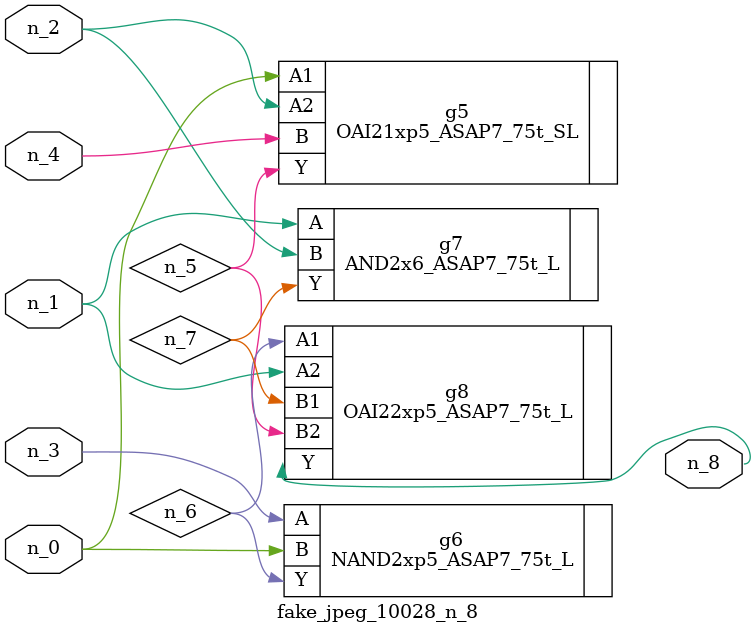
<source format=v>
module fake_jpeg_10028_n_8 (n_3, n_2, n_1, n_0, n_4, n_8);

input n_3;
input n_2;
input n_1;
input n_0;
input n_4;

output n_8;

wire n_6;
wire n_5;
wire n_7;

OAI21xp5_ASAP7_75t_SL g5 ( 
.A1(n_0),
.A2(n_2),
.B(n_4),
.Y(n_5)
);

NAND2xp5_ASAP7_75t_L g6 ( 
.A(n_3),
.B(n_0),
.Y(n_6)
);

AND2x6_ASAP7_75t_L g7 ( 
.A(n_1),
.B(n_2),
.Y(n_7)
);

OAI22xp5_ASAP7_75t_L g8 ( 
.A1(n_6),
.A2(n_1),
.B1(n_7),
.B2(n_5),
.Y(n_8)
);


endmodule
</source>
